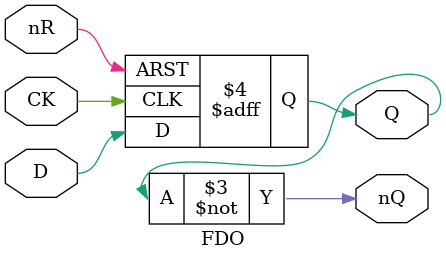
<source format=v>


`timescale 1ns/100ps

module FDO(
	input CK,
	input D,
	input nR,
	output reg Q,
	output nQ
);

always @(posedge CK or negedge nR) begin
	if (!nR)
		Q <= 1'b0;	// tmax = 2.8ns
	else
		Q <= D;		// tmax = 6.0ns
end

assign nQ = ~Q;

endmodule

</source>
